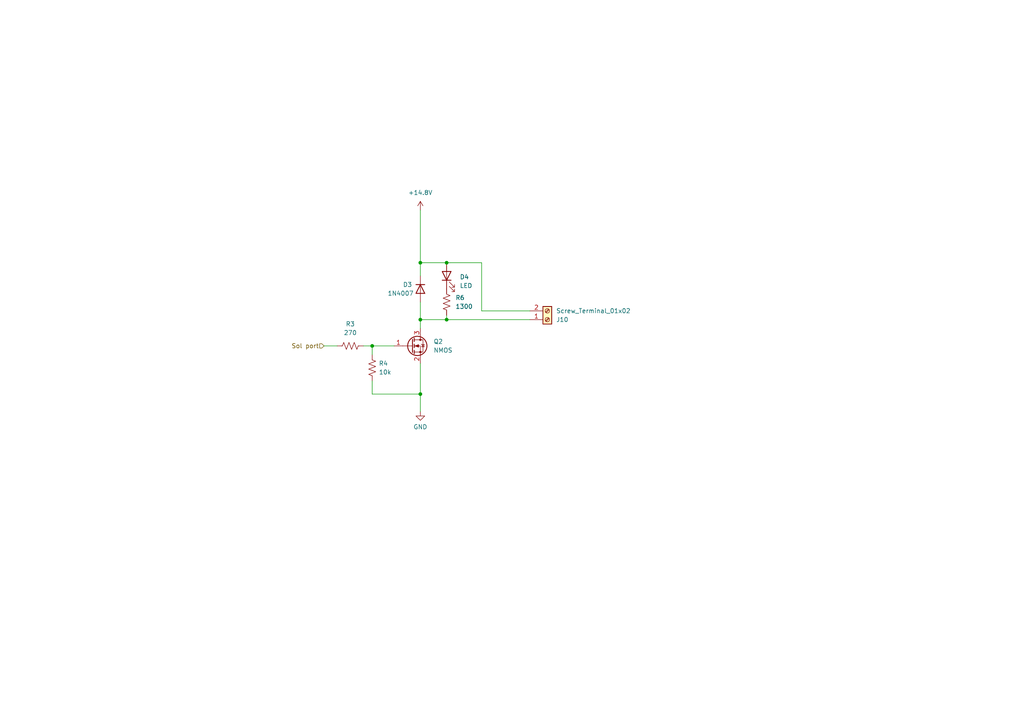
<source format=kicad_sch>
(kicad_sch
	(version 20231120)
	(generator "eeschema")
	(generator_version "8.0")
	(uuid "b4ed5960-473e-41d7-9d87-eb439ed22219")
	(paper "A4")
	(lib_symbols
		(symbol "Connector:Screw_Terminal_01x02"
			(pin_names
				(offset 1.016) hide)
			(exclude_from_sim no)
			(in_bom yes)
			(on_board yes)
			(property "Reference" "J"
				(at 0 2.54 0)
				(effects
					(font
						(size 1.27 1.27)
					)
				)
			)
			(property "Value" "Screw_Terminal_01x02"
				(at 0 -5.08 0)
				(effects
					(font
						(size 1.27 1.27)
					)
				)
			)
			(property "Footprint" ""
				(at 0 0 0)
				(effects
					(font
						(size 1.27 1.27)
					)
					(hide yes)
				)
			)
			(property "Datasheet" "~"
				(at 0 0 0)
				(effects
					(font
						(size 1.27 1.27)
					)
					(hide yes)
				)
			)
			(property "Description" "Generic screw terminal, single row, 01x02, script generated (kicad-library-utils/schlib/autogen/connector/)"
				(at 0 0 0)
				(effects
					(font
						(size 1.27 1.27)
					)
					(hide yes)
				)
			)
			(property "ki_keywords" "screw terminal"
				(at 0 0 0)
				(effects
					(font
						(size 1.27 1.27)
					)
					(hide yes)
				)
			)
			(property "ki_fp_filters" "TerminalBlock*:*"
				(at 0 0 0)
				(effects
					(font
						(size 1.27 1.27)
					)
					(hide yes)
				)
			)
			(symbol "Screw_Terminal_01x02_1_1"
				(rectangle
					(start -1.27 1.27)
					(end 1.27 -3.81)
					(stroke
						(width 0.254)
						(type default)
					)
					(fill
						(type background)
					)
				)
				(circle
					(center 0 -2.54)
					(radius 0.635)
					(stroke
						(width 0.1524)
						(type default)
					)
					(fill
						(type none)
					)
				)
				(polyline
					(pts
						(xy -0.5334 -2.2098) (xy 0.3302 -3.048)
					)
					(stroke
						(width 0.1524)
						(type default)
					)
					(fill
						(type none)
					)
				)
				(polyline
					(pts
						(xy -0.5334 0.3302) (xy 0.3302 -0.508)
					)
					(stroke
						(width 0.1524)
						(type default)
					)
					(fill
						(type none)
					)
				)
				(polyline
					(pts
						(xy -0.3556 -2.032) (xy 0.508 -2.8702)
					)
					(stroke
						(width 0.1524)
						(type default)
					)
					(fill
						(type none)
					)
				)
				(polyline
					(pts
						(xy -0.3556 0.508) (xy 0.508 -0.3302)
					)
					(stroke
						(width 0.1524)
						(type default)
					)
					(fill
						(type none)
					)
				)
				(circle
					(center 0 0)
					(radius 0.635)
					(stroke
						(width 0.1524)
						(type default)
					)
					(fill
						(type none)
					)
				)
				(pin passive line
					(at -5.08 0 0)
					(length 3.81)
					(name "Pin_1"
						(effects
							(font
								(size 1.27 1.27)
							)
						)
					)
					(number "1"
						(effects
							(font
								(size 1.27 1.27)
							)
						)
					)
				)
				(pin passive line
					(at -5.08 -2.54 0)
					(length 3.81)
					(name "Pin_2"
						(effects
							(font
								(size 1.27 1.27)
							)
						)
					)
					(number "2"
						(effects
							(font
								(size 1.27 1.27)
							)
						)
					)
				)
			)
		)
		(symbol "Device:LED"
			(pin_numbers hide)
			(pin_names
				(offset 1.016) hide)
			(exclude_from_sim no)
			(in_bom yes)
			(on_board yes)
			(property "Reference" "D"
				(at 0 2.54 0)
				(effects
					(font
						(size 1.27 1.27)
					)
				)
			)
			(property "Value" "LED"
				(at 0 -2.54 0)
				(effects
					(font
						(size 1.27 1.27)
					)
				)
			)
			(property "Footprint" ""
				(at 0 0 0)
				(effects
					(font
						(size 1.27 1.27)
					)
					(hide yes)
				)
			)
			(property "Datasheet" "~"
				(at 0 0 0)
				(effects
					(font
						(size 1.27 1.27)
					)
					(hide yes)
				)
			)
			(property "Description" "Light emitting diode"
				(at 0 0 0)
				(effects
					(font
						(size 1.27 1.27)
					)
					(hide yes)
				)
			)
			(property "ki_keywords" "LED diode"
				(at 0 0 0)
				(effects
					(font
						(size 1.27 1.27)
					)
					(hide yes)
				)
			)
			(property "ki_fp_filters" "LED* LED_SMD:* LED_THT:*"
				(at 0 0 0)
				(effects
					(font
						(size 1.27 1.27)
					)
					(hide yes)
				)
			)
			(symbol "LED_0_1"
				(polyline
					(pts
						(xy -1.27 -1.27) (xy -1.27 1.27)
					)
					(stroke
						(width 0.254)
						(type default)
					)
					(fill
						(type none)
					)
				)
				(polyline
					(pts
						(xy -1.27 0) (xy 1.27 0)
					)
					(stroke
						(width 0)
						(type default)
					)
					(fill
						(type none)
					)
				)
				(polyline
					(pts
						(xy 1.27 -1.27) (xy 1.27 1.27) (xy -1.27 0) (xy 1.27 -1.27)
					)
					(stroke
						(width 0.254)
						(type default)
					)
					(fill
						(type none)
					)
				)
				(polyline
					(pts
						(xy -3.048 -0.762) (xy -4.572 -2.286) (xy -3.81 -2.286) (xy -4.572 -2.286) (xy -4.572 -1.524)
					)
					(stroke
						(width 0)
						(type default)
					)
					(fill
						(type none)
					)
				)
				(polyline
					(pts
						(xy -1.778 -0.762) (xy -3.302 -2.286) (xy -2.54 -2.286) (xy -3.302 -2.286) (xy -3.302 -1.524)
					)
					(stroke
						(width 0)
						(type default)
					)
					(fill
						(type none)
					)
				)
			)
			(symbol "LED_1_1"
				(pin passive line
					(at -3.81 0 0)
					(length 2.54)
					(name "K"
						(effects
							(font
								(size 1.27 1.27)
							)
						)
					)
					(number "1"
						(effects
							(font
								(size 1.27 1.27)
							)
						)
					)
				)
				(pin passive line
					(at 3.81 0 180)
					(length 2.54)
					(name "A"
						(effects
							(font
								(size 1.27 1.27)
							)
						)
					)
					(number "2"
						(effects
							(font
								(size 1.27 1.27)
							)
						)
					)
				)
			)
		)
		(symbol "Device:R_US"
			(pin_numbers hide)
			(pin_names
				(offset 0)
			)
			(exclude_from_sim no)
			(in_bom yes)
			(on_board yes)
			(property "Reference" "R"
				(at 2.54 0 90)
				(effects
					(font
						(size 1.27 1.27)
					)
				)
			)
			(property "Value" "R_US"
				(at -2.54 0 90)
				(effects
					(font
						(size 1.27 1.27)
					)
				)
			)
			(property "Footprint" ""
				(at 1.016 -0.254 90)
				(effects
					(font
						(size 1.27 1.27)
					)
					(hide yes)
				)
			)
			(property "Datasheet" "~"
				(at 0 0 0)
				(effects
					(font
						(size 1.27 1.27)
					)
					(hide yes)
				)
			)
			(property "Description" "Resistor, US symbol"
				(at 0 0 0)
				(effects
					(font
						(size 1.27 1.27)
					)
					(hide yes)
				)
			)
			(property "ki_keywords" "R res resistor"
				(at 0 0 0)
				(effects
					(font
						(size 1.27 1.27)
					)
					(hide yes)
				)
			)
			(property "ki_fp_filters" "R_*"
				(at 0 0 0)
				(effects
					(font
						(size 1.27 1.27)
					)
					(hide yes)
				)
			)
			(symbol "R_US_0_1"
				(polyline
					(pts
						(xy 0 -2.286) (xy 0 -2.54)
					)
					(stroke
						(width 0)
						(type default)
					)
					(fill
						(type none)
					)
				)
				(polyline
					(pts
						(xy 0 2.286) (xy 0 2.54)
					)
					(stroke
						(width 0)
						(type default)
					)
					(fill
						(type none)
					)
				)
				(polyline
					(pts
						(xy 0 -0.762) (xy 1.016 -1.143) (xy 0 -1.524) (xy -1.016 -1.905) (xy 0 -2.286)
					)
					(stroke
						(width 0)
						(type default)
					)
					(fill
						(type none)
					)
				)
				(polyline
					(pts
						(xy 0 0.762) (xy 1.016 0.381) (xy 0 0) (xy -1.016 -0.381) (xy 0 -0.762)
					)
					(stroke
						(width 0)
						(type default)
					)
					(fill
						(type none)
					)
				)
				(polyline
					(pts
						(xy 0 2.286) (xy 1.016 1.905) (xy 0 1.524) (xy -1.016 1.143) (xy 0 0.762)
					)
					(stroke
						(width 0)
						(type default)
					)
					(fill
						(type none)
					)
				)
			)
			(symbol "R_US_1_1"
				(pin passive line
					(at 0 3.81 270)
					(length 1.27)
					(name "~"
						(effects
							(font
								(size 1.27 1.27)
							)
						)
					)
					(number "1"
						(effects
							(font
								(size 1.27 1.27)
							)
						)
					)
				)
				(pin passive line
					(at 0 -3.81 90)
					(length 1.27)
					(name "~"
						(effects
							(font
								(size 1.27 1.27)
							)
						)
					)
					(number "2"
						(effects
							(font
								(size 1.27 1.27)
							)
						)
					)
				)
			)
		)
		(symbol "Diode:1N4007"
			(pin_numbers hide)
			(pin_names hide)
			(exclude_from_sim no)
			(in_bom yes)
			(on_board yes)
			(property "Reference" "D"
				(at 0 2.54 0)
				(effects
					(font
						(size 1.27 1.27)
					)
				)
			)
			(property "Value" "1N4007"
				(at 0 -2.54 0)
				(effects
					(font
						(size 1.27 1.27)
					)
				)
			)
			(property "Footprint" "Diode_THT:D_DO-41_SOD81_P10.16mm_Horizontal"
				(at 0 -4.445 0)
				(effects
					(font
						(size 1.27 1.27)
					)
					(hide yes)
				)
			)
			(property "Datasheet" "http://www.vishay.com/docs/88503/1n4001.pdf"
				(at 0 0 0)
				(effects
					(font
						(size 1.27 1.27)
					)
					(hide yes)
				)
			)
			(property "Description" "1000V 1A General Purpose Rectifier Diode, DO-41"
				(at 0 0 0)
				(effects
					(font
						(size 1.27 1.27)
					)
					(hide yes)
				)
			)
			(property "Sim.Device" "D"
				(at 0 0 0)
				(effects
					(font
						(size 1.27 1.27)
					)
					(hide yes)
				)
			)
			(property "Sim.Pins" "1=K 2=A"
				(at 0 0 0)
				(effects
					(font
						(size 1.27 1.27)
					)
					(hide yes)
				)
			)
			(property "ki_keywords" "diode"
				(at 0 0 0)
				(effects
					(font
						(size 1.27 1.27)
					)
					(hide yes)
				)
			)
			(property "ki_fp_filters" "D*DO?41*"
				(at 0 0 0)
				(effects
					(font
						(size 1.27 1.27)
					)
					(hide yes)
				)
			)
			(symbol "1N4007_0_1"
				(polyline
					(pts
						(xy -1.27 1.27) (xy -1.27 -1.27)
					)
					(stroke
						(width 0.254)
						(type default)
					)
					(fill
						(type none)
					)
				)
				(polyline
					(pts
						(xy 1.27 0) (xy -1.27 0)
					)
					(stroke
						(width 0)
						(type default)
					)
					(fill
						(type none)
					)
				)
				(polyline
					(pts
						(xy 1.27 1.27) (xy 1.27 -1.27) (xy -1.27 0) (xy 1.27 1.27)
					)
					(stroke
						(width 0.254)
						(type default)
					)
					(fill
						(type none)
					)
				)
			)
			(symbol "1N4007_1_1"
				(pin passive line
					(at -3.81 0 0)
					(length 2.54)
					(name "K"
						(effects
							(font
								(size 1.27 1.27)
							)
						)
					)
					(number "1"
						(effects
							(font
								(size 1.27 1.27)
							)
						)
					)
				)
				(pin passive line
					(at 3.81 0 180)
					(length 2.54)
					(name "A"
						(effects
							(font
								(size 1.27 1.27)
							)
						)
					)
					(number "2"
						(effects
							(font
								(size 1.27 1.27)
							)
						)
					)
				)
			)
		)
		(symbol "Transistor_FET:2N7002"
			(pin_names hide)
			(exclude_from_sim no)
			(in_bom yes)
			(on_board yes)
			(property "Reference" "Q"
				(at 5.08 1.905 0)
				(effects
					(font
						(size 1.27 1.27)
					)
					(justify left)
				)
			)
			(property "Value" "2N7002"
				(at 5.08 0 0)
				(effects
					(font
						(size 1.27 1.27)
					)
					(justify left)
				)
			)
			(property "Footprint" "Package_TO_SOT_SMD:SOT-23"
				(at 5.08 -1.905 0)
				(effects
					(font
						(size 1.27 1.27)
						(italic yes)
					)
					(justify left)
					(hide yes)
				)
			)
			(property "Datasheet" "https://www.onsemi.com/pub/Collateral/NDS7002A-D.PDF"
				(at 0 0 0)
				(effects
					(font
						(size 1.27 1.27)
					)
					(justify left)
					(hide yes)
				)
			)
			(property "Description" "0.115A Id, 60V Vds, N-Channel MOSFET, SOT-23"
				(at 0 0 0)
				(effects
					(font
						(size 1.27 1.27)
					)
					(hide yes)
				)
			)
			(property "ki_keywords" "N-Channel Switching MOSFET"
				(at 0 0 0)
				(effects
					(font
						(size 1.27 1.27)
					)
					(hide yes)
				)
			)
			(property "ki_fp_filters" "SOT?23*"
				(at 0 0 0)
				(effects
					(font
						(size 1.27 1.27)
					)
					(hide yes)
				)
			)
			(symbol "2N7002_0_1"
				(polyline
					(pts
						(xy 0.254 0) (xy -2.54 0)
					)
					(stroke
						(width 0)
						(type default)
					)
					(fill
						(type none)
					)
				)
				(polyline
					(pts
						(xy 0.254 1.905) (xy 0.254 -1.905)
					)
					(stroke
						(width 0.254)
						(type default)
					)
					(fill
						(type none)
					)
				)
				(polyline
					(pts
						(xy 0.762 -1.27) (xy 0.762 -2.286)
					)
					(stroke
						(width 0.254)
						(type default)
					)
					(fill
						(type none)
					)
				)
				(polyline
					(pts
						(xy 0.762 0.508) (xy 0.762 -0.508)
					)
					(stroke
						(width 0.254)
						(type default)
					)
					(fill
						(type none)
					)
				)
				(polyline
					(pts
						(xy 0.762 2.286) (xy 0.762 1.27)
					)
					(stroke
						(width 0.254)
						(type default)
					)
					(fill
						(type none)
					)
				)
				(polyline
					(pts
						(xy 2.54 2.54) (xy 2.54 1.778)
					)
					(stroke
						(width 0)
						(type default)
					)
					(fill
						(type none)
					)
				)
				(polyline
					(pts
						(xy 2.54 -2.54) (xy 2.54 0) (xy 0.762 0)
					)
					(stroke
						(width 0)
						(type default)
					)
					(fill
						(type none)
					)
				)
				(polyline
					(pts
						(xy 0.762 -1.778) (xy 3.302 -1.778) (xy 3.302 1.778) (xy 0.762 1.778)
					)
					(stroke
						(width 0)
						(type default)
					)
					(fill
						(type none)
					)
				)
				(polyline
					(pts
						(xy 1.016 0) (xy 2.032 0.381) (xy 2.032 -0.381) (xy 1.016 0)
					)
					(stroke
						(width 0)
						(type default)
					)
					(fill
						(type outline)
					)
				)
				(polyline
					(pts
						(xy 2.794 0.508) (xy 2.921 0.381) (xy 3.683 0.381) (xy 3.81 0.254)
					)
					(stroke
						(width 0)
						(type default)
					)
					(fill
						(type none)
					)
				)
				(polyline
					(pts
						(xy 3.302 0.381) (xy 2.921 -0.254) (xy 3.683 -0.254) (xy 3.302 0.381)
					)
					(stroke
						(width 0)
						(type default)
					)
					(fill
						(type none)
					)
				)
				(circle
					(center 1.651 0)
					(radius 2.794)
					(stroke
						(width 0.254)
						(type default)
					)
					(fill
						(type none)
					)
				)
				(circle
					(center 2.54 -1.778)
					(radius 0.254)
					(stroke
						(width 0)
						(type default)
					)
					(fill
						(type outline)
					)
				)
				(circle
					(center 2.54 1.778)
					(radius 0.254)
					(stroke
						(width 0)
						(type default)
					)
					(fill
						(type outline)
					)
				)
			)
			(symbol "2N7002_1_1"
				(pin input line
					(at -5.08 0 0)
					(length 2.54)
					(name "G"
						(effects
							(font
								(size 1.27 1.27)
							)
						)
					)
					(number "1"
						(effects
							(font
								(size 1.27 1.27)
							)
						)
					)
				)
				(pin passive line
					(at 2.54 -5.08 90)
					(length 2.54)
					(name "S"
						(effects
							(font
								(size 1.27 1.27)
							)
						)
					)
					(number "2"
						(effects
							(font
								(size 1.27 1.27)
							)
						)
					)
				)
				(pin passive line
					(at 2.54 5.08 270)
					(length 2.54)
					(name "D"
						(effects
							(font
								(size 1.27 1.27)
							)
						)
					)
					(number "3"
						(effects
							(font
								(size 1.27 1.27)
							)
						)
					)
				)
			)
		)
		(symbol "power:+12V"
			(power)
			(pin_names
				(offset 0)
			)
			(exclude_from_sim no)
			(in_bom yes)
			(on_board yes)
			(property "Reference" "#PWR09"
				(at 0 -3.81 0)
				(effects
					(font
						(size 1.27 1.27)
					)
					(hide yes)
				)
			)
			(property "Value" "+14.8V"
				(at 0 5.08 0)
				(effects
					(font
						(size 1.27 1.27)
					)
				)
			)
			(property "Footprint" ""
				(at 0 0 0)
				(effects
					(font
						(size 1.27 1.27)
					)
					(hide yes)
				)
			)
			(property "Datasheet" ""
				(at 0 0 0)
				(effects
					(font
						(size 1.27 1.27)
					)
					(hide yes)
				)
			)
			(property "Description" "Power symbol creates a global label with name \"+12V\""
				(at 0 0 0)
				(effects
					(font
						(size 1.27 1.27)
					)
					(hide yes)
				)
			)
			(property "ki_keywords" "global power"
				(at 0 0 0)
				(effects
					(font
						(size 1.27 1.27)
					)
					(hide yes)
				)
			)
			(symbol "+12V_0_1"
				(polyline
					(pts
						(xy -0.762 1.27) (xy 0 2.54)
					)
					(stroke
						(width 0)
						(type default)
					)
					(fill
						(type none)
					)
				)
				(polyline
					(pts
						(xy 0 0) (xy 0 2.54)
					)
					(stroke
						(width 0)
						(type default)
					)
					(fill
						(type none)
					)
				)
				(polyline
					(pts
						(xy 0 2.54) (xy 0.762 1.27)
					)
					(stroke
						(width 0)
						(type default)
					)
					(fill
						(type none)
					)
				)
			)
			(symbol "+12V_1_1"
				(pin power_in line
					(at 0 0 90)
					(length 0) hide
					(name "+14.8V"
						(effects
							(font
								(size 1.27 1.27)
							)
						)
					)
					(number "1"
						(effects
							(font
								(size 1.27 1.27)
							)
						)
					)
				)
			)
		)
		(symbol "power:GND"
			(power)
			(pin_names
				(offset 0)
			)
			(exclude_from_sim no)
			(in_bom yes)
			(on_board yes)
			(property "Reference" "#PWR"
				(at 0 -6.35 0)
				(effects
					(font
						(size 1.27 1.27)
					)
					(hide yes)
				)
			)
			(property "Value" "GND"
				(at 0 -3.81 0)
				(effects
					(font
						(size 1.27 1.27)
					)
				)
			)
			(property "Footprint" ""
				(at 0 0 0)
				(effects
					(font
						(size 1.27 1.27)
					)
					(hide yes)
				)
			)
			(property "Datasheet" ""
				(at 0 0 0)
				(effects
					(font
						(size 1.27 1.27)
					)
					(hide yes)
				)
			)
			(property "Description" "Power symbol creates a global label with name \"GND\" , ground"
				(at 0 0 0)
				(effects
					(font
						(size 1.27 1.27)
					)
					(hide yes)
				)
			)
			(property "ki_keywords" "global power"
				(at 0 0 0)
				(effects
					(font
						(size 1.27 1.27)
					)
					(hide yes)
				)
			)
			(symbol "GND_0_1"
				(polyline
					(pts
						(xy 0 0) (xy 0 -1.27) (xy 1.27 -1.27) (xy 0 -2.54) (xy -1.27 -1.27) (xy 0 -1.27)
					)
					(stroke
						(width 0)
						(type default)
					)
					(fill
						(type none)
					)
				)
			)
			(symbol "GND_1_1"
				(pin power_in line
					(at 0 0 270)
					(length 0) hide
					(name "GND"
						(effects
							(font
								(size 1.27 1.27)
							)
						)
					)
					(number "1"
						(effects
							(font
								(size 1.27 1.27)
							)
						)
					)
				)
			)
		)
	)
	(junction
		(at 121.92 76.2)
		(diameter 0)
		(color 0 0 0 0)
		(uuid "02231a45-1b3d-4994-aeea-a7869b4c9061")
	)
	(junction
		(at 129.54 76.2)
		(diameter 0)
		(color 0 0 0 0)
		(uuid "50e5d335-9a41-45f7-a277-a7cf1837890a")
	)
	(junction
		(at 121.92 92.71)
		(diameter 0)
		(color 0 0 0 0)
		(uuid "8662d0ad-e292-4ba5-a599-2346fb0f71b4")
	)
	(junction
		(at 129.54 92.71)
		(diameter 0)
		(color 0 0 0 0)
		(uuid "a61d8659-a060-4d0c-b23e-e22c90bac274")
	)
	(junction
		(at 121.92 114.3)
		(diameter 0)
		(color 0 0 0 0)
		(uuid "d1cfa56b-e512-4a88-b895-ad59aa7b43ff")
	)
	(junction
		(at 107.95 100.33)
		(diameter 0)
		(color 0 0 0 0)
		(uuid "ebaef0be-569f-49b1-bde4-768eb8ebfd66")
	)
	(wire
		(pts
			(xy 107.95 110.49) (xy 107.95 114.3)
		)
		(stroke
			(width 0)
			(type default)
		)
		(uuid "07ecd7e6-2d8a-4332-a5a1-a1b815343a74")
	)
	(wire
		(pts
			(xy 93.98 100.33) (xy 97.79 100.33)
		)
		(stroke
			(width 0)
			(type default)
		)
		(uuid "0edd7763-bdd5-48a9-b023-64fac6e4aace")
	)
	(wire
		(pts
			(xy 107.95 114.3) (xy 121.92 114.3)
		)
		(stroke
			(width 0)
			(type default)
		)
		(uuid "4414e5e6-bdbe-471b-a324-f0ba021ea4a3")
	)
	(wire
		(pts
			(xy 139.7 76.2) (xy 139.7 90.17)
		)
		(stroke
			(width 0)
			(type default)
		)
		(uuid "472e8c82-20f7-463a-bc91-05158d9c88ba")
	)
	(wire
		(pts
			(xy 121.92 87.63) (xy 121.92 92.71)
		)
		(stroke
			(width 0)
			(type default)
		)
		(uuid "5274f7b0-f5dc-4494-975b-804f89cf5f4d")
	)
	(wire
		(pts
			(xy 121.92 92.71) (xy 121.92 95.25)
		)
		(stroke
			(width 0)
			(type default)
		)
		(uuid "64180833-b734-4f93-9caf-166f6e75b27d")
	)
	(wire
		(pts
			(xy 153.67 90.17) (xy 139.7 90.17)
		)
		(stroke
			(width 0)
			(type default)
		)
		(uuid "6de3a8eb-902a-4edb-9ef8-ada51e659fa9")
	)
	(wire
		(pts
			(xy 121.92 92.71) (xy 129.54 92.71)
		)
		(stroke
			(width 0)
			(type default)
		)
		(uuid "80e556e1-ef23-460c-b0f1-a290ff79be3e")
	)
	(wire
		(pts
			(xy 121.92 60.96) (xy 121.92 76.2)
		)
		(stroke
			(width 0)
			(type default)
		)
		(uuid "92c0aa95-8e87-4dfc-93fd-a1c931cedff2")
	)
	(wire
		(pts
			(xy 107.95 100.33) (xy 107.95 102.87)
		)
		(stroke
			(width 0)
			(type default)
		)
		(uuid "a497ddd9-34e5-4095-bb3a-a735549c78fe")
	)
	(wire
		(pts
			(xy 129.54 76.2) (xy 139.7 76.2)
		)
		(stroke
			(width 0)
			(type default)
		)
		(uuid "a713100a-aade-42f0-b980-53ca6678530c")
	)
	(wire
		(pts
			(xy 129.54 92.71) (xy 153.67 92.71)
		)
		(stroke
			(width 0)
			(type default)
		)
		(uuid "ab91d493-e6f9-4bcb-8a0a-648e545c17e0")
	)
	(wire
		(pts
			(xy 121.92 76.2) (xy 129.54 76.2)
		)
		(stroke
			(width 0)
			(type default)
		)
		(uuid "b5fb4d93-6431-4d77-8113-95a1914c65fe")
	)
	(wire
		(pts
			(xy 129.54 92.71) (xy 129.54 91.44)
		)
		(stroke
			(width 0)
			(type default)
		)
		(uuid "bfd64c22-a259-4f2a-96ab-4f465a639f8f")
	)
	(wire
		(pts
			(xy 105.41 100.33) (xy 107.95 100.33)
		)
		(stroke
			(width 0)
			(type default)
		)
		(uuid "c44ef7b8-2b74-4adf-a68d-01e5a6ddca1a")
	)
	(wire
		(pts
			(xy 107.95 100.33) (xy 114.3 100.33)
		)
		(stroke
			(width 0)
			(type default)
		)
		(uuid "c7d8f809-b9b6-4547-9c9d-8a2ad4966cef")
	)
	(wire
		(pts
			(xy 121.92 105.41) (xy 121.92 114.3)
		)
		(stroke
			(width 0)
			(type default)
		)
		(uuid "cf3a58c2-ed98-4b01-8e24-9fc1d28eb76d")
	)
	(wire
		(pts
			(xy 121.92 114.3) (xy 121.92 119.38)
		)
		(stroke
			(width 0)
			(type default)
		)
		(uuid "d47de581-880d-4552-8e6b-8de0705b9b83")
	)
	(wire
		(pts
			(xy 121.92 76.2) (xy 121.92 80.01)
		)
		(stroke
			(width 0)
			(type default)
		)
		(uuid "d6ac1f71-4a51-434f-8a54-de9f8c66fefc")
	)
	(hierarchical_label "Sol port"
		(shape input)
		(at 93.98 100.33 180)
		(fields_autoplaced yes)
		(effects
			(font
				(size 1.27 1.27)
			)
			(justify right)
		)
		(uuid "080d5a01-e088-4200-bf6e-6bbf80e82002")
	)
	(symbol
		(lib_id "Transistor_FET:2N7002")
		(at 119.38 100.33 0)
		(unit 1)
		(exclude_from_sim no)
		(in_bom yes)
		(on_board yes)
		(dnp no)
		(fields_autoplaced yes)
		(uuid "03a3cd23-315b-4c38-bbf7-a29dbfced255")
		(property "Reference" "Q1"
			(at 125.73 99.06 0)
			(effects
				(font
					(size 1.27 1.27)
				)
				(justify left)
			)
		)
		(property "Value" "NMOS"
			(at 125.73 101.6 0)
			(effects
				(font
					(size 1.27 1.27)
				)
				(justify left)
			)
		)
		(property "Footprint" "Package_TO_SOT_SMD:SOT-23"
			(at 124.46 102.235 0)
			(effects
				(font
					(size 1.27 1.27)
					(italic yes)
				)
				(justify left)
				(hide yes)
			)
		)
		(property "Datasheet" "https://www.onsemi.com/pub/Collateral/NDS7002A-D.PDF"
			(at 119.38 100.33 0)
			(effects
				(font
					(size 1.27 1.27)
				)
				(justify left)
				(hide yes)
			)
		)
		(property "Description" ""
			(at 119.38 100.33 0)
			(effects
				(font
					(size 1.27 1.27)
				)
				(hide yes)
			)
		)
		(property "Sim.Device" "NMOS"
			(at 119.38 117.475 0)
			(effects
				(font
					(size 1.27 1.27)
				)
				(hide yes)
			)
		)
		(property "Sim.Type" "VDMOS"
			(at 119.38 119.38 0)
			(effects
				(font
					(size 1.27 1.27)
				)
				(hide yes)
			)
		)
		(property "Sim.Pins" "1=D 2=G 3=S"
			(at 119.38 115.57 0)
			(effects
				(font
					(size 1.27 1.27)
				)
				(hide yes)
			)
		)
		(pin "1"
			(uuid "3df54a81-6722-4bce-9331-0bfcaa47d274")
		)
		(pin "2"
			(uuid "75c3e2ab-eb55-48e2-84cd-c36c01319150")
		)
		(pin "3"
			(uuid "9cfc3de8-452d-48ed-aa31-a3c43cc78972")
		)
		(instances
			(project "control board"
				(path "/cf0863a8-7f64-449b-8eb4-3c06c871fb37/6163a064-c95f-47b6-9c17-0e18c391c233"
					(reference "Q2")
					(unit 1)
				)
				(path "/cf0863a8-7f64-449b-8eb4-3c06c871fb37/9fd0b45f-6f46-40af-ae0d-29c33b45e498"
					(reference "Q1")
					(unit 1)
				)
				(path "/cf0863a8-7f64-449b-8eb4-3c06c871fb37/c760c3e1-2cdd-4ad4-8be1-857d920c447d"
					(reference "Q4")
					(unit 1)
				)
				(path "/cf0863a8-7f64-449b-8eb4-3c06c871fb37/f39ce93b-3626-4dde-a021-b00a2c8134c7"
					(reference "Q3")
					(unit 1)
				)
			)
		)
	)
	(symbol
		(lib_id "Device:LED")
		(at 129.54 80.01 90)
		(unit 1)
		(exclude_from_sim no)
		(in_bom yes)
		(on_board yes)
		(dnp no)
		(fields_autoplaced yes)
		(uuid "33d344a8-e1ad-4583-a180-c7b23888077b")
		(property "Reference" "D2"
			(at 133.35 80.3275 90)
			(effects
				(font
					(size 1.27 1.27)
				)
				(justify right)
			)
		)
		(property "Value" "LED"
			(at 133.35 82.8675 90)
			(effects
				(font
					(size 1.27 1.27)
				)
				(justify right)
			)
		)
		(property "Footprint" "LED_THT:LED_D3.0mm"
			(at 129.54 80.01 0)
			(effects
				(font
					(size 1.27 1.27)
				)
				(hide yes)
			)
		)
		(property "Datasheet" "~"
			(at 129.54 80.01 0)
			(effects
				(font
					(size 1.27 1.27)
				)
				(hide yes)
			)
		)
		(property "Description" ""
			(at 129.54 80.01 0)
			(effects
				(font
					(size 1.27 1.27)
				)
				(hide yes)
			)
		)
		(pin "1"
			(uuid "e5d2c459-f1c5-4017-a476-2cbf6f2dc6cf")
		)
		(pin "2"
			(uuid "1da63561-165f-4e7d-8b66-591e19d532f4")
		)
		(instances
			(project "control board"
				(path "/cf0863a8-7f64-449b-8eb4-3c06c871fb37/6163a064-c95f-47b6-9c17-0e18c391c233"
					(reference "D4")
					(unit 1)
				)
				(path "/cf0863a8-7f64-449b-8eb4-3c06c871fb37/9fd0b45f-6f46-40af-ae0d-29c33b45e498"
					(reference "D2")
					(unit 1)
				)
				(path "/cf0863a8-7f64-449b-8eb4-3c06c871fb37/c760c3e1-2cdd-4ad4-8be1-857d920c447d"
					(reference "D9")
					(unit 1)
				)
				(path "/cf0863a8-7f64-449b-8eb4-3c06c871fb37/f39ce93b-3626-4dde-a021-b00a2c8134c7"
					(reference "D6")
					(unit 1)
				)
			)
		)
	)
	(symbol
		(lib_id "Connector:Screw_Terminal_01x02")
		(at 158.75 92.71 0)
		(mirror x)
		(unit 1)
		(exclude_from_sim no)
		(in_bom yes)
		(on_board yes)
		(dnp no)
		(uuid "3a3a1ebc-968f-44e1-8434-42f2a4376eca")
		(property "Reference" "J9"
			(at 161.29 92.71 0)
			(effects
				(font
					(size 1.27 1.27)
				)
				(justify left)
			)
		)
		(property "Value" "Screw_Terminal_01x02"
			(at 161.29 90.17 0)
			(effects
				(font
					(size 1.27 1.27)
				)
				(justify left)
			)
		)
		(property "Footprint" "Library:TE_282836-2"
			(at 158.75 92.71 0)
			(effects
				(font
					(size 1.27 1.27)
				)
				(hide yes)
			)
		)
		(property "Datasheet" "~"
			(at 158.75 92.71 0)
			(effects
				(font
					(size 1.27 1.27)
				)
				(hide yes)
			)
		)
		(property "Description" ""
			(at 158.75 92.71 0)
			(effects
				(font
					(size 1.27 1.27)
				)
				(hide yes)
			)
		)
		(pin "1"
			(uuid "9f6e0e34-791d-4c78-99d8-d5223a9eadb0")
		)
		(pin "2"
			(uuid "fe243423-260b-463d-bc8d-fea8363f1415")
		)
		(instances
			(project "control board"
				(path "/cf0863a8-7f64-449b-8eb4-3c06c871fb37/6163a064-c95f-47b6-9c17-0e18c391c233"
					(reference "J10")
					(unit 1)
				)
				(path "/cf0863a8-7f64-449b-8eb4-3c06c871fb37/9fd0b45f-6f46-40af-ae0d-29c33b45e498"
					(reference "J9")
					(unit 1)
				)
				(path "/cf0863a8-7f64-449b-8eb4-3c06c871fb37/c760c3e1-2cdd-4ad4-8be1-857d920c447d"
					(reference "J2")
					(unit 1)
				)
				(path "/cf0863a8-7f64-449b-8eb4-3c06c871fb37/f39ce93b-3626-4dde-a021-b00a2c8134c7"
					(reference "J11")
					(unit 1)
				)
			)
		)
	)
	(symbol
		(lib_id "Device:R_US")
		(at 101.6 100.33 90)
		(unit 1)
		(exclude_from_sim no)
		(in_bom yes)
		(on_board yes)
		(dnp no)
		(fields_autoplaced yes)
		(uuid "5429ca47-c1cc-4ce9-a68e-46837255eccd")
		(property "Reference" "R1"
			(at 101.6 93.98 90)
			(effects
				(font
					(size 1.27 1.27)
				)
			)
		)
		(property "Value" "270"
			(at 101.6 96.52 90)
			(effects
				(font
					(size 1.27 1.27)
				)
			)
		)
		(property "Footprint" "Resistor_SMD:R_0805_2012Metric"
			(at 101.854 99.314 90)
			(effects
				(font
					(size 1.27 1.27)
				)
				(hide yes)
			)
		)
		(property "Datasheet" "~"
			(at 101.6 100.33 0)
			(effects
				(font
					(size 1.27 1.27)
				)
				(hide yes)
			)
		)
		(property "Description" ""
			(at 101.6 100.33 0)
			(effects
				(font
					(size 1.27 1.27)
				)
				(hide yes)
			)
		)
		(pin "1"
			(uuid "8874a831-8a28-4530-9dfd-191cf2877ef3")
		)
		(pin "2"
			(uuid "d587e74a-e405-466e-ae61-3201b58547e3")
		)
		(instances
			(project "control board"
				(path "/cf0863a8-7f64-449b-8eb4-3c06c871fb37/6163a064-c95f-47b6-9c17-0e18c391c233"
					(reference "R3")
					(unit 1)
				)
				(path "/cf0863a8-7f64-449b-8eb4-3c06c871fb37/9fd0b45f-6f46-40af-ae0d-29c33b45e498"
					(reference "R1")
					(unit 1)
				)
				(path "/cf0863a8-7f64-449b-8eb4-3c06c871fb37/c760c3e1-2cdd-4ad4-8be1-857d920c447d"
					(reference "R11")
					(unit 1)
				)
				(path "/cf0863a8-7f64-449b-8eb4-3c06c871fb37/f39ce93b-3626-4dde-a021-b00a2c8134c7"
					(reference "R7")
					(unit 1)
				)
			)
		)
	)
	(symbol
		(lib_id "Device:R_US")
		(at 107.95 106.68 0)
		(unit 1)
		(exclude_from_sim no)
		(in_bom yes)
		(on_board yes)
		(dnp no)
		(fields_autoplaced yes)
		(uuid "6778e103-138a-4e85-bd36-0af25af2f773")
		(property "Reference" "R2"
			(at 109.855 105.41 0)
			(effects
				(font
					(size 1.27 1.27)
				)
				(justify left)
			)
		)
		(property "Value" "10k"
			(at 109.855 107.95 0)
			(effects
				(font
					(size 1.27 1.27)
				)
				(justify left)
			)
		)
		(property "Footprint" "Resistor_SMD:R_0805_2012Metric"
			(at 108.966 106.934 90)
			(effects
				(font
					(size 1.27 1.27)
				)
				(hide yes)
			)
		)
		(property "Datasheet" "~"
			(at 107.95 106.68 0)
			(effects
				(font
					(size 1.27 1.27)
				)
				(hide yes)
			)
		)
		(property "Description" ""
			(at 107.95 106.68 0)
			(effects
				(font
					(size 1.27 1.27)
				)
				(hide yes)
			)
		)
		(pin "1"
			(uuid "762de64c-704c-46a2-8cd7-8fbc1ae7ab59")
		)
		(pin "2"
			(uuid "5c2a8646-9e45-4daf-bdfe-1408b533519c")
		)
		(instances
			(project "control board"
				(path "/cf0863a8-7f64-449b-8eb4-3c06c871fb37/6163a064-c95f-47b6-9c17-0e18c391c233"
					(reference "R4")
					(unit 1)
				)
				(path "/cf0863a8-7f64-449b-8eb4-3c06c871fb37/9fd0b45f-6f46-40af-ae0d-29c33b45e498"
					(reference "R2")
					(unit 1)
				)
				(path "/cf0863a8-7f64-449b-8eb4-3c06c871fb37/c760c3e1-2cdd-4ad4-8be1-857d920c447d"
					(reference "R12")
					(unit 1)
				)
				(path "/cf0863a8-7f64-449b-8eb4-3c06c871fb37/f39ce93b-3626-4dde-a021-b00a2c8134c7"
					(reference "R8")
					(unit 1)
				)
			)
		)
	)
	(symbol
		(lib_id "Device:R_US")
		(at 129.54 87.63 0)
		(unit 1)
		(exclude_from_sim no)
		(in_bom yes)
		(on_board yes)
		(dnp no)
		(fields_autoplaced yes)
		(uuid "6c616319-1e99-4e50-bc04-e992db566c5b")
		(property "Reference" "R5"
			(at 132.08 86.36 0)
			(effects
				(font
					(size 1.27 1.27)
				)
				(justify left)
			)
		)
		(property "Value" "1300"
			(at 132.08 88.9 0)
			(effects
				(font
					(size 1.27 1.27)
				)
				(justify left)
			)
		)
		(property "Footprint" "Resistor_SMD:R_0805_2012Metric"
			(at 130.556 87.884 90)
			(effects
				(font
					(size 1.27 1.27)
				)
				(hide yes)
			)
		)
		(property "Datasheet" "~"
			(at 129.54 87.63 0)
			(effects
				(font
					(size 1.27 1.27)
				)
				(hide yes)
			)
		)
		(property "Description" ""
			(at 129.54 87.63 0)
			(effects
				(font
					(size 1.27 1.27)
				)
				(hide yes)
			)
		)
		(pin "1"
			(uuid "251fd3b4-0cf8-4707-9f23-d2b488b1b320")
		)
		(pin "2"
			(uuid "7640c201-7148-401e-ac59-5e37663716ae")
		)
		(instances
			(project "control board"
				(path "/cf0863a8-7f64-449b-8eb4-3c06c871fb37/6163a064-c95f-47b6-9c17-0e18c391c233"
					(reference "R6")
					(unit 1)
				)
				(path "/cf0863a8-7f64-449b-8eb4-3c06c871fb37/9fd0b45f-6f46-40af-ae0d-29c33b45e498"
					(reference "R5")
					(unit 1)
				)
				(path "/cf0863a8-7f64-449b-8eb4-3c06c871fb37/c760c3e1-2cdd-4ad4-8be1-857d920c447d"
					(reference "R13")
					(unit 1)
				)
				(path "/cf0863a8-7f64-449b-8eb4-3c06c871fb37/f39ce93b-3626-4dde-a021-b00a2c8134c7"
					(reference "R9")
					(unit 1)
				)
			)
		)
	)
	(symbol
		(lib_id "power:+12V")
		(at 121.92 60.96 0)
		(unit 1)
		(exclude_from_sim no)
		(in_bom yes)
		(on_board yes)
		(dnp no)
		(fields_autoplaced yes)
		(uuid "92f5cf74-20b7-4877-93ae-0786d1907c79")
		(property "Reference" "#PWR09"
			(at 121.92 64.77 0)
			(effects
				(font
					(size 1.27 1.27)
				)
				(hide yes)
			)
		)
		(property "Value" "+14.8V"
			(at 121.92 55.88 0)
			(effects
				(font
					(size 1.27 1.27)
				)
			)
		)
		(property "Footprint" ""
			(at 121.92 60.96 0)
			(effects
				(font
					(size 1.27 1.27)
				)
				(hide yes)
			)
		)
		(property "Datasheet" ""
			(at 121.92 60.96 0)
			(effects
				(font
					(size 1.27 1.27)
				)
				(hide yes)
			)
		)
		(property "Description" ""
			(at 121.92 60.96 0)
			(effects
				(font
					(size 1.27 1.27)
				)
				(hide yes)
			)
		)
		(pin "1"
			(uuid "fb9c8abb-c4a2-4a5c-b4f1-5847a3d01c87")
		)
		(instances
			(project "control board"
				(path "/cf0863a8-7f64-449b-8eb4-3c06c871fb37/6163a064-c95f-47b6-9c17-0e18c391c233"
					(reference "#PWR010")
					(unit 1)
				)
				(path "/cf0863a8-7f64-449b-8eb4-3c06c871fb37/9fd0b45f-6f46-40af-ae0d-29c33b45e498"
					(reference "#PWR09")
					(unit 1)
				)
				(path "/cf0863a8-7f64-449b-8eb4-3c06c871fb37/c760c3e1-2cdd-4ad4-8be1-857d920c447d"
					(reference "#PWR013")
					(unit 1)
				)
				(path "/cf0863a8-7f64-449b-8eb4-3c06c871fb37/f39ce93b-3626-4dde-a021-b00a2c8134c7"
					(reference "#PWR011")
					(unit 1)
				)
			)
		)
	)
	(symbol
		(lib_id "power:GND")
		(at 121.92 119.38 0)
		(unit 1)
		(exclude_from_sim no)
		(in_bom yes)
		(on_board yes)
		(dnp no)
		(fields_autoplaced yes)
		(uuid "b9ef78d5-6d38-44ee-9039-3ad35378293d")
		(property "Reference" "#PWR03"
			(at 121.92 125.73 0)
			(effects
				(font
					(size 1.27 1.27)
				)
				(hide yes)
			)
		)
		(property "Value" "GND"
			(at 121.92 123.825 0)
			(effects
				(font
					(size 1.27 1.27)
				)
			)
		)
		(property "Footprint" ""
			(at 121.92 119.38 0)
			(effects
				(font
					(size 1.27 1.27)
				)
				(hide yes)
			)
		)
		(property "Datasheet" ""
			(at 121.92 119.38 0)
			(effects
				(font
					(size 1.27 1.27)
				)
				(hide yes)
			)
		)
		(property "Description" ""
			(at 121.92 119.38 0)
			(effects
				(font
					(size 1.27 1.27)
				)
				(hide yes)
			)
		)
		(pin "1"
			(uuid "43545013-2bbd-4168-8662-5e4a81ab66d3")
		)
		(instances
			(project "control board"
				(path "/cf0863a8-7f64-449b-8eb4-3c06c871fb37/6163a064-c95f-47b6-9c17-0e18c391c233"
					(reference "#PWR05")
					(unit 1)
				)
				(path "/cf0863a8-7f64-449b-8eb4-3c06c871fb37/9fd0b45f-6f46-40af-ae0d-29c33b45e498"
					(reference "#PWR03")
					(unit 1)
				)
				(path "/cf0863a8-7f64-449b-8eb4-3c06c871fb37/c760c3e1-2cdd-4ad4-8be1-857d920c447d"
					(reference "#PWR014")
					(unit 1)
				)
				(path "/cf0863a8-7f64-449b-8eb4-3c06c871fb37/f39ce93b-3626-4dde-a021-b00a2c8134c7"
					(reference "#PWR07")
					(unit 1)
				)
			)
		)
	)
	(symbol
		(lib_id "Diode:1N4007")
		(at 121.92 83.82 270)
		(unit 1)
		(exclude_from_sim no)
		(in_bom yes)
		(on_board yes)
		(dnp no)
		(uuid "e81ac315-51e1-4c50-9a7b-ce2b93edb2f4")
		(property "Reference" "D1"
			(at 116.84 82.55 90)
			(effects
				(font
					(size 1.27 1.27)
				)
				(justify left)
			)
		)
		(property "Value" "1N4007"
			(at 112.395 85.09 90)
			(effects
				(font
					(size 1.27 1.27)
				)
				(justify left)
			)
		)
		(property "Footprint" "Diode_THT:D_DO-41_SOD81_P10.16mm_Horizontal"
			(at 117.475 83.82 0)
			(effects
				(font
					(size 1.27 1.27)
				)
				(hide yes)
			)
		)
		(property "Datasheet" "http://www.vishay.com/docs/88503/1n4001.pdf"
			(at 121.92 83.82 0)
			(effects
				(font
					(size 1.27 1.27)
				)
				(hide yes)
			)
		)
		(property "Description" ""
			(at 121.92 83.82 0)
			(effects
				(font
					(size 1.27 1.27)
				)
				(hide yes)
			)
		)
		(property "Sim.Device" "D"
			(at 121.92 83.82 0)
			(effects
				(font
					(size 1.27 1.27)
				)
				(hide yes)
			)
		)
		(property "Sim.Pins" "1=K 2=A"
			(at 121.92 83.82 0)
			(effects
				(font
					(size 1.27 1.27)
				)
				(hide yes)
			)
		)
		(pin "1"
			(uuid "11ce3a6b-95f4-404c-b539-025b82cd8a6f")
		)
		(pin "2"
			(uuid "0f397f53-4650-4464-9e97-9e2801d5d5bf")
		)
		(instances
			(project "control board"
				(path "/cf0863a8-7f64-449b-8eb4-3c06c871fb37/6163a064-c95f-47b6-9c17-0e18c391c233"
					(reference "D3")
					(unit 1)
				)
				(path "/cf0863a8-7f64-449b-8eb4-3c06c871fb37/9fd0b45f-6f46-40af-ae0d-29c33b45e498"
					(reference "D1")
					(unit 1)
				)
				(path "/cf0863a8-7f64-449b-8eb4-3c06c871fb37/c760c3e1-2cdd-4ad4-8be1-857d920c447d"
					(reference "D8")
					(unit 1)
				)
				(path "/cf0863a8-7f64-449b-8eb4-3c06c871fb37/f39ce93b-3626-4dde-a021-b00a2c8134c7"
					(reference "D5")
					(unit 1)
				)
			)
		)
	)
)

</source>
